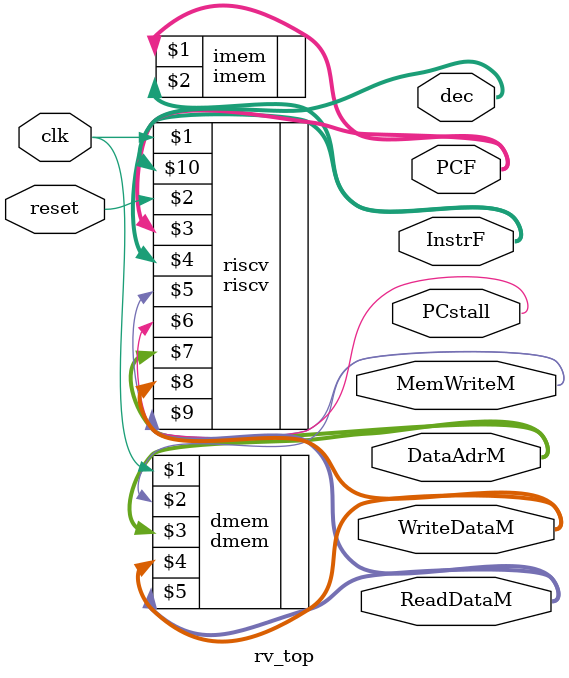
<source format=sv>
module rv_top( input logic clk, reset,
            output logic [31:0] WriteDataM, DataAdrM,
            output logic MemWriteM,PCstall,

    output logic [31:0] PCF, InstrF, ReadDataM
	 ,output logic [31:0] dec
	 );

    // instantiate processor and memories
    riscv riscv(clk, reset, PCF, InstrF, MemWriteM
	 , PCstall
	 , DataAdrM, WriteDataM, ReadDataM
	 , dec
	 );
    imem imem(PCF, InstrF);
    dmem dmem(clk, MemWriteM, DataAdrM, WriteDataM, ReadDataM);
endmodule

</source>
